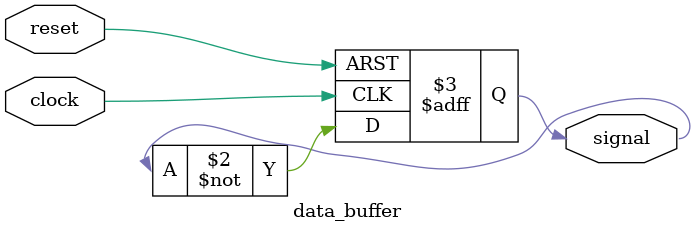
<source format=v>
module data_buffer ( clock, reset, signal);

input	clock;
input	reset;
output	signal;

reg signal;

always@(posedge clock or posedge reset)
	begin
	if(reset)
		begin
			signal <= 1'b1;
		end
	else
		begin
			signal <= ~signal;
		end
	end


endmodule

</source>
